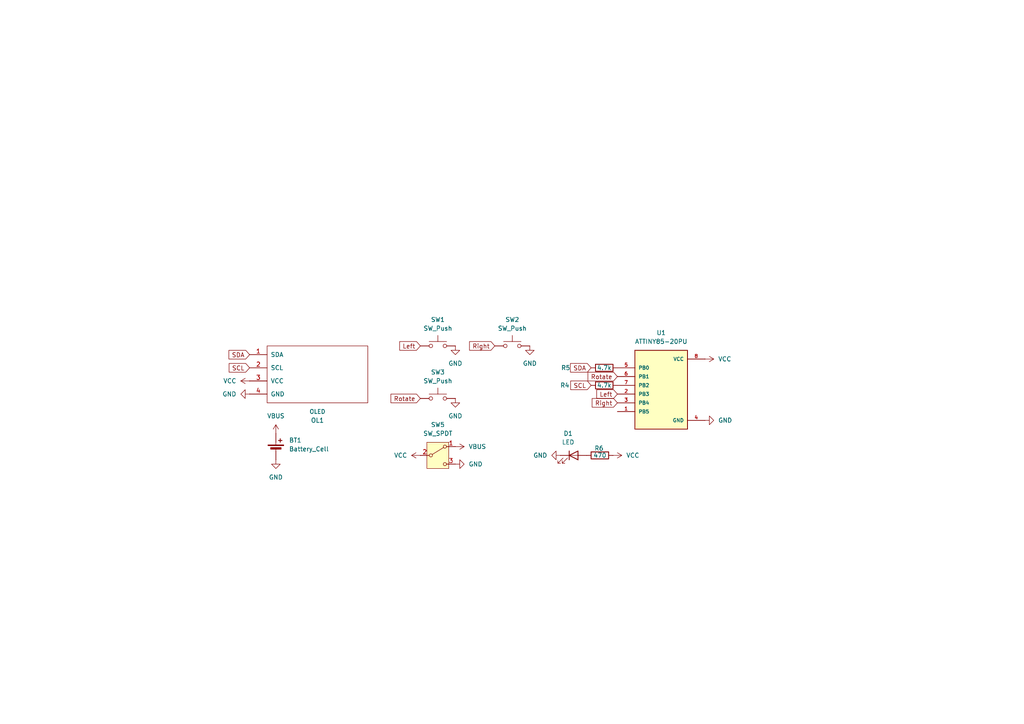
<source format=kicad_sch>
(kicad_sch
	(version 20250114)
	(generator "eeschema")
	(generator_version "9.0")
	(uuid "475c7a99-756b-4234-817a-3b1fe353694b")
	(paper "A4")
	(lib_symbols
		(symbol "ATTINY85-20PU:ATTINY85-20PU"
			(pin_names
				(offset 1.016)
			)
			(exclude_from_sim no)
			(in_bom yes)
			(on_board yes)
			(property "Reference" "U"
				(at -7.6263 11.4395 0)
				(effects
					(font
						(size 1.27 1.27)
					)
					(justify left bottom)
				)
			)
			(property "Value" "ATTINY85-20PU"
				(at -7.5506 -13.9826 0)
				(effects
					(font
						(size 1.27 1.27)
					)
					(justify left bottom)
				)
			)
			(property "Footprint" "ATTINY85-20PU:DIP762W46P254L927H533Q8B"
				(at 0 0 0)
				(effects
					(font
						(size 1.27 1.27)
					)
					(justify bottom)
					(hide yes)
				)
			)
			(property "Datasheet" ""
				(at 0 0 0)
				(effects
					(font
						(size 1.27 1.27)
					)
					(hide yes)
				)
			)
			(property "Description" ""
				(at 0 0 0)
				(effects
					(font
						(size 1.27 1.27)
					)
					(hide yes)
				)
			)
			(property "MF" "Microchip"
				(at 0 0 0)
				(effects
					(font
						(size 1.27 1.27)
					)
					(justify bottom)
					(hide yes)
				)
			)
			(property "Description_1" "AVR AVR® ATtiny, Functional Safety (FuSa) Microcontroller IC 8-Bit 20MHz 8KB (4K x 16) FLASH 8-PDIP"
				(at 0 0 0)
				(effects
					(font
						(size 1.27 1.27)
					)
					(justify bottom)
					(hide yes)
				)
			)
			(property "Package" "DIP-8 Atmel"
				(at 0 0 0)
				(effects
					(font
						(size 1.27 1.27)
					)
					(justify bottom)
					(hide yes)
				)
			)
			(property "Price" "None"
				(at 0 0 0)
				(effects
					(font
						(size 1.27 1.27)
					)
					(justify bottom)
					(hide yes)
				)
			)
			(property "Check_prices" "https://www.snapeda.com/parts/ATTINY85-20PU/Microchip/view-part/?ref=eda"
				(at 0 0 0)
				(effects
					(font
						(size 1.27 1.27)
					)
					(justify bottom)
					(hide yes)
				)
			)
			(property "SnapEDA_Link" "https://www.snapeda.com/parts/ATTINY85-20PU/Microchip/view-part/?ref=snap"
				(at 0 0 0)
				(effects
					(font
						(size 1.27 1.27)
					)
					(justify bottom)
					(hide yes)
				)
			)
			(property "MP" "ATTINY85-20PU"
				(at 0 0 0)
				(effects
					(font
						(size 1.27 1.27)
					)
					(justify bottom)
					(hide yes)
				)
			)
			(property "Availability" "In Stock"
				(at 0 0 0)
				(effects
					(font
						(size 1.27 1.27)
					)
					(justify bottom)
					(hide yes)
				)
			)
			(property "MANUFACTURER" "Atmel"
				(at 0 0 0)
				(effects
					(font
						(size 1.27 1.27)
					)
					(justify bottom)
					(hide yes)
				)
			)
			(symbol "ATTINY85-20PU_0_0"
				(rectangle
					(start -7.62 -11.43)
					(end 7.62 11.43)
					(stroke
						(width 0.254)
						(type default)
					)
					(fill
						(type background)
					)
				)
				(pin bidirectional line
					(at -12.7 6.35 0)
					(length 5.08)
					(name "PB0"
						(effects
							(font
								(size 1.016 1.016)
							)
						)
					)
					(number "5"
						(effects
							(font
								(size 1.016 1.016)
							)
						)
					)
				)
				(pin bidirectional line
					(at -12.7 3.81 0)
					(length 5.08)
					(name "PB1"
						(effects
							(font
								(size 1.016 1.016)
							)
						)
					)
					(number "6"
						(effects
							(font
								(size 1.016 1.016)
							)
						)
					)
				)
				(pin bidirectional line
					(at -12.7 1.27 0)
					(length 5.08)
					(name "PB2"
						(effects
							(font
								(size 1.016 1.016)
							)
						)
					)
					(number "7"
						(effects
							(font
								(size 1.016 1.016)
							)
						)
					)
				)
				(pin bidirectional line
					(at -12.7 -1.27 0)
					(length 5.08)
					(name "PB3"
						(effects
							(font
								(size 1.016 1.016)
							)
						)
					)
					(number "2"
						(effects
							(font
								(size 1.016 1.016)
							)
						)
					)
				)
				(pin bidirectional line
					(at -12.7 -3.81 0)
					(length 5.08)
					(name "PB4"
						(effects
							(font
								(size 1.016 1.016)
							)
						)
					)
					(number "3"
						(effects
							(font
								(size 1.016 1.016)
							)
						)
					)
				)
				(pin bidirectional line
					(at -12.7 -6.35 0)
					(length 5.08)
					(name "PB5"
						(effects
							(font
								(size 1.016 1.016)
							)
						)
					)
					(number "1"
						(effects
							(font
								(size 1.016 1.016)
							)
						)
					)
				)
				(pin power_in line
					(at 12.7 8.89 180)
					(length 5.08)
					(name "VCC"
						(effects
							(font
								(size 1.016 1.016)
							)
						)
					)
					(number "8"
						(effects
							(font
								(size 1.016 1.016)
							)
						)
					)
				)
				(pin power_in line
					(at 12.7 -8.89 180)
					(length 5.08)
					(name "GND"
						(effects
							(font
								(size 1.016 1.016)
							)
						)
					)
					(number "4"
						(effects
							(font
								(size 1.016 1.016)
							)
						)
					)
				)
			)
			(embedded_fonts no)
		)
		(symbol "Device:Battery_Cell"
			(pin_numbers
				(hide yes)
			)
			(pin_names
				(offset 0)
				(hide yes)
			)
			(exclude_from_sim no)
			(in_bom yes)
			(on_board yes)
			(property "Reference" "BT"
				(at 2.54 2.54 0)
				(effects
					(font
						(size 1.27 1.27)
					)
					(justify left)
				)
			)
			(property "Value" "Battery_Cell"
				(at 2.54 0 0)
				(effects
					(font
						(size 1.27 1.27)
					)
					(justify left)
				)
			)
			(property "Footprint" ""
				(at 0 1.524 90)
				(effects
					(font
						(size 1.27 1.27)
					)
					(hide yes)
				)
			)
			(property "Datasheet" "~"
				(at 0 1.524 90)
				(effects
					(font
						(size 1.27 1.27)
					)
					(hide yes)
				)
			)
			(property "Description" "Single-cell battery"
				(at 0 0 0)
				(effects
					(font
						(size 1.27 1.27)
					)
					(hide yes)
				)
			)
			(property "ki_keywords" "battery cell"
				(at 0 0 0)
				(effects
					(font
						(size 1.27 1.27)
					)
					(hide yes)
				)
			)
			(symbol "Battery_Cell_0_1"
				(rectangle
					(start -2.286 1.778)
					(end 2.286 1.524)
					(stroke
						(width 0)
						(type default)
					)
					(fill
						(type outline)
					)
				)
				(rectangle
					(start -1.524 1.016)
					(end 1.524 0.508)
					(stroke
						(width 0)
						(type default)
					)
					(fill
						(type outline)
					)
				)
				(polyline
					(pts
						(xy 0 1.778) (xy 0 2.54)
					)
					(stroke
						(width 0)
						(type default)
					)
					(fill
						(type none)
					)
				)
				(polyline
					(pts
						(xy 0 0.762) (xy 0 0)
					)
					(stroke
						(width 0)
						(type default)
					)
					(fill
						(type none)
					)
				)
				(polyline
					(pts
						(xy 0.762 3.048) (xy 1.778 3.048)
					)
					(stroke
						(width 0.254)
						(type default)
					)
					(fill
						(type none)
					)
				)
				(polyline
					(pts
						(xy 1.27 3.556) (xy 1.27 2.54)
					)
					(stroke
						(width 0.254)
						(type default)
					)
					(fill
						(type none)
					)
				)
			)
			(symbol "Battery_Cell_1_1"
				(pin passive line
					(at 0 5.08 270)
					(length 2.54)
					(name "+"
						(effects
							(font
								(size 1.27 1.27)
							)
						)
					)
					(number "1"
						(effects
							(font
								(size 1.27 1.27)
							)
						)
					)
				)
				(pin passive line
					(at 0 -2.54 90)
					(length 2.54)
					(name "-"
						(effects
							(font
								(size 1.27 1.27)
							)
						)
					)
					(number "2"
						(effects
							(font
								(size 1.27 1.27)
							)
						)
					)
				)
			)
			(embedded_fonts no)
		)
		(symbol "Device:LED"
			(pin_numbers
				(hide yes)
			)
			(pin_names
				(offset 1.016)
				(hide yes)
			)
			(exclude_from_sim no)
			(in_bom yes)
			(on_board yes)
			(property "Reference" "D"
				(at 0 2.54 0)
				(effects
					(font
						(size 1.27 1.27)
					)
				)
			)
			(property "Value" "LED"
				(at 0 -2.54 0)
				(effects
					(font
						(size 1.27 1.27)
					)
				)
			)
			(property "Footprint" ""
				(at 0 0 0)
				(effects
					(font
						(size 1.27 1.27)
					)
					(hide yes)
				)
			)
			(property "Datasheet" "~"
				(at 0 0 0)
				(effects
					(font
						(size 1.27 1.27)
					)
					(hide yes)
				)
			)
			(property "Description" "Light emitting diode"
				(at 0 0 0)
				(effects
					(font
						(size 1.27 1.27)
					)
					(hide yes)
				)
			)
			(property "Sim.Pins" "1=K 2=A"
				(at 0 0 0)
				(effects
					(font
						(size 1.27 1.27)
					)
					(hide yes)
				)
			)
			(property "ki_keywords" "LED diode"
				(at 0 0 0)
				(effects
					(font
						(size 1.27 1.27)
					)
					(hide yes)
				)
			)
			(property "ki_fp_filters" "LED* LED_SMD:* LED_THT:*"
				(at 0 0 0)
				(effects
					(font
						(size 1.27 1.27)
					)
					(hide yes)
				)
			)
			(symbol "LED_0_1"
				(polyline
					(pts
						(xy -3.048 -0.762) (xy -4.572 -2.286) (xy -3.81 -2.286) (xy -4.572 -2.286) (xy -4.572 -1.524)
					)
					(stroke
						(width 0)
						(type default)
					)
					(fill
						(type none)
					)
				)
				(polyline
					(pts
						(xy -1.778 -0.762) (xy -3.302 -2.286) (xy -2.54 -2.286) (xy -3.302 -2.286) (xy -3.302 -1.524)
					)
					(stroke
						(width 0)
						(type default)
					)
					(fill
						(type none)
					)
				)
				(polyline
					(pts
						(xy -1.27 0) (xy 1.27 0)
					)
					(stroke
						(width 0)
						(type default)
					)
					(fill
						(type none)
					)
				)
				(polyline
					(pts
						(xy -1.27 -1.27) (xy -1.27 1.27)
					)
					(stroke
						(width 0.254)
						(type default)
					)
					(fill
						(type none)
					)
				)
				(polyline
					(pts
						(xy 1.27 -1.27) (xy 1.27 1.27) (xy -1.27 0) (xy 1.27 -1.27)
					)
					(stroke
						(width 0.254)
						(type default)
					)
					(fill
						(type none)
					)
				)
			)
			(symbol "LED_1_1"
				(pin passive line
					(at -3.81 0 0)
					(length 2.54)
					(name "K"
						(effects
							(font
								(size 1.27 1.27)
							)
						)
					)
					(number "1"
						(effects
							(font
								(size 1.27 1.27)
							)
						)
					)
				)
				(pin passive line
					(at 3.81 0 180)
					(length 2.54)
					(name "A"
						(effects
							(font
								(size 1.27 1.27)
							)
						)
					)
					(number "2"
						(effects
							(font
								(size 1.27 1.27)
							)
						)
					)
				)
			)
			(embedded_fonts no)
		)
		(symbol "Device:R"
			(pin_numbers
				(hide yes)
			)
			(pin_names
				(offset 0)
			)
			(exclude_from_sim no)
			(in_bom yes)
			(on_board yes)
			(property "Reference" "R"
				(at 2.032 0 90)
				(effects
					(font
						(size 1.27 1.27)
					)
				)
			)
			(property "Value" "R"
				(at 0 0 90)
				(effects
					(font
						(size 1.27 1.27)
					)
				)
			)
			(property "Footprint" ""
				(at -1.778 0 90)
				(effects
					(font
						(size 1.27 1.27)
					)
					(hide yes)
				)
			)
			(property "Datasheet" "~"
				(at 0 0 0)
				(effects
					(font
						(size 1.27 1.27)
					)
					(hide yes)
				)
			)
			(property "Description" "Resistor"
				(at 0 0 0)
				(effects
					(font
						(size 1.27 1.27)
					)
					(hide yes)
				)
			)
			(property "ki_keywords" "R res resistor"
				(at 0 0 0)
				(effects
					(font
						(size 1.27 1.27)
					)
					(hide yes)
				)
			)
			(property "ki_fp_filters" "R_*"
				(at 0 0 0)
				(effects
					(font
						(size 1.27 1.27)
					)
					(hide yes)
				)
			)
			(symbol "R_0_1"
				(rectangle
					(start -1.016 -2.54)
					(end 1.016 2.54)
					(stroke
						(width 0.254)
						(type default)
					)
					(fill
						(type none)
					)
				)
			)
			(symbol "R_1_1"
				(pin passive line
					(at 0 3.81 270)
					(length 1.27)
					(name "~"
						(effects
							(font
								(size 1.27 1.27)
							)
						)
					)
					(number "1"
						(effects
							(font
								(size 1.27 1.27)
							)
						)
					)
				)
				(pin passive line
					(at 0 -3.81 90)
					(length 1.27)
					(name "~"
						(effects
							(font
								(size 1.27 1.27)
							)
						)
					)
					(number "2"
						(effects
							(font
								(size 1.27 1.27)
							)
						)
					)
				)
			)
			(embedded_fonts no)
		)
		(symbol "Switch:SW_Push"
			(pin_numbers
				(hide yes)
			)
			(pin_names
				(offset 1.016)
				(hide yes)
			)
			(exclude_from_sim no)
			(in_bom yes)
			(on_board yes)
			(property "Reference" "SW"
				(at 1.27 2.54 0)
				(effects
					(font
						(size 1.27 1.27)
					)
					(justify left)
				)
			)
			(property "Value" "SW_Push"
				(at 0 -1.524 0)
				(effects
					(font
						(size 1.27 1.27)
					)
				)
			)
			(property "Footprint" ""
				(at 0 5.08 0)
				(effects
					(font
						(size 1.27 1.27)
					)
					(hide yes)
				)
			)
			(property "Datasheet" "~"
				(at 0 5.08 0)
				(effects
					(font
						(size 1.27 1.27)
					)
					(hide yes)
				)
			)
			(property "Description" "Push button switch, generic, two pins"
				(at 0 0 0)
				(effects
					(font
						(size 1.27 1.27)
					)
					(hide yes)
				)
			)
			(property "ki_keywords" "switch normally-open pushbutton push-button"
				(at 0 0 0)
				(effects
					(font
						(size 1.27 1.27)
					)
					(hide yes)
				)
			)
			(symbol "SW_Push_0_1"
				(circle
					(center -2.032 0)
					(radius 0.508)
					(stroke
						(width 0)
						(type default)
					)
					(fill
						(type none)
					)
				)
				(polyline
					(pts
						(xy 0 1.27) (xy 0 3.048)
					)
					(stroke
						(width 0)
						(type default)
					)
					(fill
						(type none)
					)
				)
				(circle
					(center 2.032 0)
					(radius 0.508)
					(stroke
						(width 0)
						(type default)
					)
					(fill
						(type none)
					)
				)
				(polyline
					(pts
						(xy 2.54 1.27) (xy -2.54 1.27)
					)
					(stroke
						(width 0)
						(type default)
					)
					(fill
						(type none)
					)
				)
				(pin passive line
					(at -5.08 0 0)
					(length 2.54)
					(name "1"
						(effects
							(font
								(size 1.27 1.27)
							)
						)
					)
					(number "1"
						(effects
							(font
								(size 1.27 1.27)
							)
						)
					)
				)
				(pin passive line
					(at 5.08 0 180)
					(length 2.54)
					(name "2"
						(effects
							(font
								(size 1.27 1.27)
							)
						)
					)
					(number "2"
						(effects
							(font
								(size 1.27 1.27)
							)
						)
					)
				)
			)
			(embedded_fonts no)
		)
		(symbol "Switch:SW_SPDT"
			(pin_names
				(offset 0)
				(hide yes)
			)
			(exclude_from_sim no)
			(in_bom yes)
			(on_board yes)
			(property "Reference" "SW"
				(at 0 5.08 0)
				(effects
					(font
						(size 1.27 1.27)
					)
				)
			)
			(property "Value" "SW_SPDT"
				(at 0 -5.08 0)
				(effects
					(font
						(size 1.27 1.27)
					)
				)
			)
			(property "Footprint" ""
				(at 0 0 0)
				(effects
					(font
						(size 1.27 1.27)
					)
					(hide yes)
				)
			)
			(property "Datasheet" "~"
				(at 0 -7.62 0)
				(effects
					(font
						(size 1.27 1.27)
					)
					(hide yes)
				)
			)
			(property "Description" "Switch, single pole double throw"
				(at 0 0 0)
				(effects
					(font
						(size 1.27 1.27)
					)
					(hide yes)
				)
			)
			(property "ki_keywords" "switch single-pole double-throw spdt ON-ON"
				(at 0 0 0)
				(effects
					(font
						(size 1.27 1.27)
					)
					(hide yes)
				)
			)
			(symbol "SW_SPDT_0_1"
				(circle
					(center -2.032 0)
					(radius 0.4572)
					(stroke
						(width 0)
						(type default)
					)
					(fill
						(type none)
					)
				)
				(polyline
					(pts
						(xy -1.651 0.254) (xy 1.651 2.286)
					)
					(stroke
						(width 0)
						(type default)
					)
					(fill
						(type none)
					)
				)
				(circle
					(center 2.032 2.54)
					(radius 0.4572)
					(stroke
						(width 0)
						(type default)
					)
					(fill
						(type none)
					)
				)
				(circle
					(center 2.032 -2.54)
					(radius 0.4572)
					(stroke
						(width 0)
						(type default)
					)
					(fill
						(type none)
					)
				)
			)
			(symbol "SW_SPDT_1_1"
				(rectangle
					(start -3.175 3.81)
					(end 3.175 -3.81)
					(stroke
						(width 0)
						(type default)
					)
					(fill
						(type background)
					)
				)
				(pin passive line
					(at -5.08 0 0)
					(length 2.54)
					(name "B"
						(effects
							(font
								(size 1.27 1.27)
							)
						)
					)
					(number "2"
						(effects
							(font
								(size 1.27 1.27)
							)
						)
					)
				)
				(pin passive line
					(at 5.08 2.54 180)
					(length 2.54)
					(name "A"
						(effects
							(font
								(size 1.27 1.27)
							)
						)
					)
					(number "1"
						(effects
							(font
								(size 1.27 1.27)
							)
						)
					)
				)
				(pin passive line
					(at 5.08 -2.54 180)
					(length 2.54)
					(name "C"
						(effects
							(font
								(size 1.27 1.27)
							)
						)
					)
					(number "3"
						(effects
							(font
								(size 1.27 1.27)
							)
						)
					)
				)
			)
			(embedded_fonts no)
		)
		(symbol "kbd:OLED"
			(pin_names
				(offset 1.016)
			)
			(exclude_from_sim no)
			(in_bom yes)
			(on_board yes)
			(property "Reference" "OL"
				(at 0 2.54 0)
				(effects
					(font
						(size 1.2954 1.2954)
					)
				)
			)
			(property "Value" "OLED"
				(at 0 -1.27 0)
				(effects
					(font
						(size 1.1938 1.1938)
					)
				)
			)
			(property "Footprint" ""
				(at 0 2.54 0)
				(effects
					(font
						(size 1.524 1.524)
					)
					(hide yes)
				)
			)
			(property "Datasheet" ""
				(at 0 2.54 0)
				(effects
					(font
						(size 1.524 1.524)
					)
					(hide yes)
				)
			)
			(property "Description" ""
				(at 0 0 0)
				(effects
					(font
						(size 1.27 1.27)
					)
					(hide yes)
				)
			)
			(symbol "OLED_0_1"
				(rectangle
					(start -13.97 8.89)
					(end 15.24 -7.62)
					(stroke
						(width 0)
						(type solid)
					)
					(fill
						(type none)
					)
				)
			)
			(symbol "OLED_1_1"
				(pin bidirectional line
					(at -19.05 6.35 0)
					(length 5.08)
					(name "SDA"
						(effects
							(font
								(size 1.27 1.27)
							)
						)
					)
					(number "1"
						(effects
							(font
								(size 1.27 1.27)
							)
						)
					)
				)
				(pin bidirectional line
					(at -19.05 2.54 0)
					(length 5.08)
					(name "SCL"
						(effects
							(font
								(size 1.27 1.27)
							)
						)
					)
					(number "2"
						(effects
							(font
								(size 1.27 1.27)
							)
						)
					)
				)
				(pin power_in line
					(at -19.05 -1.27 0)
					(length 5.08)
					(name "VCC"
						(effects
							(font
								(size 1.27 1.27)
							)
						)
					)
					(number "3"
						(effects
							(font
								(size 1.27 1.27)
							)
						)
					)
				)
				(pin power_in line
					(at -19.05 -5.08 0)
					(length 5.08)
					(name "GND"
						(effects
							(font
								(size 1.27 1.27)
							)
						)
					)
					(number "4"
						(effects
							(font
								(size 1.27 1.27)
							)
						)
					)
				)
			)
			(embedded_fonts no)
		)
		(symbol "power:GND"
			(power)
			(pin_numbers
				(hide yes)
			)
			(pin_names
				(offset 0)
				(hide yes)
			)
			(exclude_from_sim no)
			(in_bom yes)
			(on_board yes)
			(property "Reference" "#PWR"
				(at 0 -6.35 0)
				(effects
					(font
						(size 1.27 1.27)
					)
					(hide yes)
				)
			)
			(property "Value" "GND"
				(at 0 -3.81 0)
				(effects
					(font
						(size 1.27 1.27)
					)
				)
			)
			(property "Footprint" ""
				(at 0 0 0)
				(effects
					(font
						(size 1.27 1.27)
					)
					(hide yes)
				)
			)
			(property "Datasheet" ""
				(at 0 0 0)
				(effects
					(font
						(size 1.27 1.27)
					)
					(hide yes)
				)
			)
			(property "Description" "Power symbol creates a global label with name \"GND\" , ground"
				(at 0 0 0)
				(effects
					(font
						(size 1.27 1.27)
					)
					(hide yes)
				)
			)
			(property "ki_keywords" "global power"
				(at 0 0 0)
				(effects
					(font
						(size 1.27 1.27)
					)
					(hide yes)
				)
			)
			(symbol "GND_0_1"
				(polyline
					(pts
						(xy 0 0) (xy 0 -1.27) (xy 1.27 -1.27) (xy 0 -2.54) (xy -1.27 -1.27) (xy 0 -1.27)
					)
					(stroke
						(width 0)
						(type default)
					)
					(fill
						(type none)
					)
				)
			)
			(symbol "GND_1_1"
				(pin power_in line
					(at 0 0 270)
					(length 0)
					(name "~"
						(effects
							(font
								(size 1.27 1.27)
							)
						)
					)
					(number "1"
						(effects
							(font
								(size 1.27 1.27)
							)
						)
					)
				)
			)
			(embedded_fonts no)
		)
		(symbol "power:VBUS"
			(power)
			(pin_numbers
				(hide yes)
			)
			(pin_names
				(offset 0)
				(hide yes)
			)
			(exclude_from_sim no)
			(in_bom yes)
			(on_board yes)
			(property "Reference" "#PWR"
				(at 0 -3.81 0)
				(effects
					(font
						(size 1.27 1.27)
					)
					(hide yes)
				)
			)
			(property "Value" "VBUS"
				(at 0 3.556 0)
				(effects
					(font
						(size 1.27 1.27)
					)
				)
			)
			(property "Footprint" ""
				(at 0 0 0)
				(effects
					(font
						(size 1.27 1.27)
					)
					(hide yes)
				)
			)
			(property "Datasheet" ""
				(at 0 0 0)
				(effects
					(font
						(size 1.27 1.27)
					)
					(hide yes)
				)
			)
			(property "Description" "Power symbol creates a global label with name \"VBUS\""
				(at 0 0 0)
				(effects
					(font
						(size 1.27 1.27)
					)
					(hide yes)
				)
			)
			(property "ki_keywords" "global power"
				(at 0 0 0)
				(effects
					(font
						(size 1.27 1.27)
					)
					(hide yes)
				)
			)
			(symbol "VBUS_0_1"
				(polyline
					(pts
						(xy -0.762 1.27) (xy 0 2.54)
					)
					(stroke
						(width 0)
						(type default)
					)
					(fill
						(type none)
					)
				)
				(polyline
					(pts
						(xy 0 2.54) (xy 0.762 1.27)
					)
					(stroke
						(width 0)
						(type default)
					)
					(fill
						(type none)
					)
				)
				(polyline
					(pts
						(xy 0 0) (xy 0 2.54)
					)
					(stroke
						(width 0)
						(type default)
					)
					(fill
						(type none)
					)
				)
			)
			(symbol "VBUS_1_1"
				(pin power_in line
					(at 0 0 90)
					(length 0)
					(name "~"
						(effects
							(font
								(size 1.27 1.27)
							)
						)
					)
					(number "1"
						(effects
							(font
								(size 1.27 1.27)
							)
						)
					)
				)
			)
			(embedded_fonts no)
		)
		(symbol "power:VCC"
			(power)
			(pin_numbers
				(hide yes)
			)
			(pin_names
				(offset 0)
				(hide yes)
			)
			(exclude_from_sim no)
			(in_bom yes)
			(on_board yes)
			(property "Reference" "#PWR"
				(at 0 -3.81 0)
				(effects
					(font
						(size 1.27 1.27)
					)
					(hide yes)
				)
			)
			(property "Value" "VCC"
				(at 0 3.556 0)
				(effects
					(font
						(size 1.27 1.27)
					)
				)
			)
			(property "Footprint" ""
				(at 0 0 0)
				(effects
					(font
						(size 1.27 1.27)
					)
					(hide yes)
				)
			)
			(property "Datasheet" ""
				(at 0 0 0)
				(effects
					(font
						(size 1.27 1.27)
					)
					(hide yes)
				)
			)
			(property "Description" "Power symbol creates a global label with name \"VCC\""
				(at 0 0 0)
				(effects
					(font
						(size 1.27 1.27)
					)
					(hide yes)
				)
			)
			(property "ki_keywords" "global power"
				(at 0 0 0)
				(effects
					(font
						(size 1.27 1.27)
					)
					(hide yes)
				)
			)
			(symbol "VCC_0_1"
				(polyline
					(pts
						(xy -0.762 1.27) (xy 0 2.54)
					)
					(stroke
						(width 0)
						(type default)
					)
					(fill
						(type none)
					)
				)
				(polyline
					(pts
						(xy 0 2.54) (xy 0.762 1.27)
					)
					(stroke
						(width 0)
						(type default)
					)
					(fill
						(type none)
					)
				)
				(polyline
					(pts
						(xy 0 0) (xy 0 2.54)
					)
					(stroke
						(width 0)
						(type default)
					)
					(fill
						(type none)
					)
				)
			)
			(symbol "VCC_1_1"
				(pin power_in line
					(at 0 0 90)
					(length 0)
					(name "~"
						(effects
							(font
								(size 1.27 1.27)
							)
						)
					)
					(number "1"
						(effects
							(font
								(size 1.27 1.27)
							)
						)
					)
				)
			)
			(embedded_fonts no)
		)
	)
	(global_label "SDA"
		(shape input)
		(at 171.45 106.68 180)
		(fields_autoplaced yes)
		(effects
			(font
				(size 1.27 1.27)
			)
			(justify right)
		)
		(uuid "1a18ef9c-2cf1-4abe-a224-57d005a78eca")
		(property "Intersheetrefs" "${INTERSHEET_REFS}"
			(at 164.8967 106.68 0)
			(effects
				(font
					(size 1.27 1.27)
				)
				(justify right)
				(hide yes)
			)
		)
	)
	(global_label "SCL"
		(shape input)
		(at 72.39 106.68 180)
		(fields_autoplaced yes)
		(effects
			(font
				(size 1.27 1.27)
			)
			(justify right)
		)
		(uuid "26461353-88bd-4265-80f7-29f5a84f92a4")
		(property "Intersheetrefs" "${INTERSHEET_REFS}"
			(at 65.8972 106.68 0)
			(effects
				(font
					(size 1.27 1.27)
				)
				(justify right)
				(hide yes)
			)
		)
	)
	(global_label "Rotate"
		(shape input)
		(at 179.07 109.22 180)
		(fields_autoplaced yes)
		(effects
			(font
				(size 1.27 1.27)
			)
			(justify right)
		)
		(uuid "33975d9c-4bf8-42a0-802a-e764e4e14c9c")
		(property "Intersheetrefs" "${INTERSHEET_REFS}"
			(at 169.9768 109.22 0)
			(effects
				(font
					(size 1.27 1.27)
				)
				(justify right)
				(hide yes)
			)
		)
	)
	(global_label "Left"
		(shape input)
		(at 179.07 114.3 180)
		(fields_autoplaced yes)
		(effects
			(font
				(size 1.27 1.27)
			)
			(justify right)
		)
		(uuid "3ab3adab-f5bc-4009-ad81-d01590621544")
		(property "Intersheetrefs" "${INTERSHEET_REFS}"
			(at 172.5167 114.3 0)
			(effects
				(font
					(size 1.27 1.27)
				)
				(justify right)
				(hide yes)
			)
		)
	)
	(global_label "Right"
		(shape input)
		(at 179.07 116.84 180)
		(fields_autoplaced yes)
		(effects
			(font
				(size 1.27 1.27)
			)
			(justify right)
		)
		(uuid "495e79a1-faf4-406d-b6f9-452b159bf599")
		(property "Intersheetrefs" "${INTERSHEET_REFS}"
			(at 171.1863 116.84 0)
			(effects
				(font
					(size 1.27 1.27)
				)
				(justify right)
				(hide yes)
			)
		)
	)
	(global_label "Rotate"
		(shape input)
		(at 121.92 115.57 180)
		(fields_autoplaced yes)
		(effects
			(font
				(size 1.27 1.27)
			)
			(justify right)
		)
		(uuid "56663612-6e1a-4b62-a842-3b98ea36ff12")
		(property "Intersheetrefs" "${INTERSHEET_REFS}"
			(at 112.8268 115.57 0)
			(effects
				(font
					(size 1.27 1.27)
				)
				(justify right)
				(hide yes)
			)
		)
	)
	(global_label "SCL"
		(shape input)
		(at 171.45 111.76 180)
		(fields_autoplaced yes)
		(effects
			(font
				(size 1.27 1.27)
			)
			(justify right)
		)
		(uuid "781c73cc-5cd4-4a1e-a312-b0ec8e64e2f6")
		(property "Intersheetrefs" "${INTERSHEET_REFS}"
			(at 164.9572 111.76 0)
			(effects
				(font
					(size 1.27 1.27)
				)
				(justify right)
				(hide yes)
			)
		)
	)
	(global_label "Left"
		(shape input)
		(at 121.92 100.33 180)
		(fields_autoplaced yes)
		(effects
			(font
				(size 1.27 1.27)
			)
			(justify right)
		)
		(uuid "aa1d47e7-8c49-4d3e-92d7-4f4d32221bc6")
		(property "Intersheetrefs" "${INTERSHEET_REFS}"
			(at 115.3667 100.33 0)
			(effects
				(font
					(size 1.27 1.27)
				)
				(justify right)
				(hide yes)
			)
		)
	)
	(global_label "SDA"
		(shape input)
		(at 72.39 102.87 180)
		(fields_autoplaced yes)
		(effects
			(font
				(size 1.27 1.27)
			)
			(justify right)
		)
		(uuid "c3d0da62-c182-4862-ba92-f116ba936779")
		(property "Intersheetrefs" "${INTERSHEET_REFS}"
			(at 65.8367 102.87 0)
			(effects
				(font
					(size 1.27 1.27)
				)
				(justify right)
				(hide yes)
			)
		)
	)
	(global_label "Right"
		(shape input)
		(at 143.51 100.33 180)
		(fields_autoplaced yes)
		(effects
			(font
				(size 1.27 1.27)
			)
			(justify right)
		)
		(uuid "d9a71b07-14a9-4eb0-b3bc-49c0ac976b34")
		(property "Intersheetrefs" "${INTERSHEET_REFS}"
			(at 135.6263 100.33 0)
			(effects
				(font
					(size 1.27 1.27)
				)
				(justify right)
				(hide yes)
			)
		)
	)
	(symbol
		(lib_id "power:VCC")
		(at 204.47 104.14 270)
		(unit 1)
		(exclude_from_sim no)
		(in_bom yes)
		(on_board yes)
		(dnp no)
		(fields_autoplaced yes)
		(uuid "00c3cce6-5b44-401b-9ca6-080fc253826e")
		(property "Reference" "#PWR01"
			(at 200.66 104.14 0)
			(effects
				(font
					(size 1.27 1.27)
				)
				(hide yes)
			)
		)
		(property "Value" "VCC"
			(at 208.28 104.1399 90)
			(effects
				(font
					(size 1.27 1.27)
				)
				(justify left)
			)
		)
		(property "Footprint" ""
			(at 204.47 104.14 0)
			(effects
				(font
					(size 1.27 1.27)
				)
				(hide yes)
			)
		)
		(property "Datasheet" ""
			(at 204.47 104.14 0)
			(effects
				(font
					(size 1.27 1.27)
				)
				(hide yes)
			)
		)
		(property "Description" "Power symbol creates a global label with name \"VCC\""
			(at 204.47 104.14 0)
			(effects
				(font
					(size 1.27 1.27)
				)
				(hide yes)
			)
		)
		(pin "1"
			(uuid "dfcce5f1-0601-40b6-bbf2-e6a4362e4f86")
		)
		(instances
			(project ""
				(path "/475c7a99-756b-4234-817a-3b1fe353694b"
					(reference "#PWR01")
					(unit 1)
				)
			)
		)
	)
	(symbol
		(lib_id "power:VCC")
		(at 121.92 132.08 90)
		(unit 1)
		(exclude_from_sim no)
		(in_bom yes)
		(on_board yes)
		(dnp no)
		(fields_autoplaced yes)
		(uuid "05add7d2-99bc-404a-b1aa-ba67227b1a0b")
		(property "Reference" "#PWR011"
			(at 125.73 132.08 0)
			(effects
				(font
					(size 1.27 1.27)
				)
				(hide yes)
			)
		)
		(property "Value" "VCC"
			(at 118.11 132.0799 90)
			(effects
				(font
					(size 1.27 1.27)
				)
				(justify left)
			)
		)
		(property "Footprint" ""
			(at 121.92 132.08 0)
			(effects
				(font
					(size 1.27 1.27)
				)
				(hide yes)
			)
		)
		(property "Datasheet" ""
			(at 121.92 132.08 0)
			(effects
				(font
					(size 1.27 1.27)
				)
				(hide yes)
			)
		)
		(property "Description" "Power symbol creates a global label with name \"VCC\""
			(at 121.92 132.08 0)
			(effects
				(font
					(size 1.27 1.27)
				)
				(hide yes)
			)
		)
		(pin "1"
			(uuid "bebc4217-e503-46eb-acb9-72855dacb3b6")
		)
		(instances
			(project "TinyTetris"
				(path "/475c7a99-756b-4234-817a-3b1fe353694b"
					(reference "#PWR011")
					(unit 1)
				)
			)
		)
	)
	(symbol
		(lib_id "Device:R")
		(at 175.26 111.76 90)
		(unit 1)
		(exclude_from_sim no)
		(in_bom yes)
		(on_board yes)
		(dnp no)
		(uuid "10246eab-a7cb-4924-baa4-3e7df2af55db")
		(property "Reference" "R4"
			(at 163.83 111.76 90)
			(effects
				(font
					(size 1.27 1.27)
				)
			)
		)
		(property "Value" "4.7k"
			(at 175.26 111.76 90)
			(effects
				(font
					(size 1.27 1.27)
				)
			)
		)
		(property "Footprint" "Resistor_SMD:R_0402_1005Metric"
			(at 175.26 113.538 90)
			(effects
				(font
					(size 1.27 1.27)
				)
				(hide yes)
			)
		)
		(property "Datasheet" "~"
			(at 175.26 111.76 0)
			(effects
				(font
					(size 1.27 1.27)
				)
				(hide yes)
			)
		)
		(property "Description" "Resistor"
			(at 175.26 111.76 0)
			(effects
				(font
					(size 1.27 1.27)
				)
				(hide yes)
			)
		)
		(pin "1"
			(uuid "c347b3ee-b806-444d-b8cf-e2ca708bbfb7")
		)
		(pin "2"
			(uuid "99c70f0e-7e36-4163-8249-54d536c654ff")
		)
		(instances
			(project "TinyTetris"
				(path "/475c7a99-756b-4234-817a-3b1fe353694b"
					(reference "R4")
					(unit 1)
				)
			)
		)
	)
	(symbol
		(lib_id "power:VBUS")
		(at 80.01 125.73 0)
		(unit 1)
		(exclude_from_sim no)
		(in_bom yes)
		(on_board yes)
		(dnp no)
		(fields_autoplaced yes)
		(uuid "1781ae2a-8943-4c9a-9072-9857589280bc")
		(property "Reference" "#PWR03"
			(at 80.01 129.54 0)
			(effects
				(font
					(size 1.27 1.27)
				)
				(hide yes)
			)
		)
		(property "Value" "VBUS"
			(at 80.01 120.65 0)
			(effects
				(font
					(size 1.27 1.27)
				)
			)
		)
		(property "Footprint" ""
			(at 80.01 125.73 0)
			(effects
				(font
					(size 1.27 1.27)
				)
				(hide yes)
			)
		)
		(property "Datasheet" ""
			(at 80.01 125.73 0)
			(effects
				(font
					(size 1.27 1.27)
				)
				(hide yes)
			)
		)
		(property "Description" "Power symbol creates a global label with name \"VBUS\""
			(at 80.01 125.73 0)
			(effects
				(font
					(size 1.27 1.27)
				)
				(hide yes)
			)
		)
		(pin "1"
			(uuid "f16fb58b-a084-4a16-8099-1d0f1d278238")
		)
		(instances
			(project ""
				(path "/475c7a99-756b-4234-817a-3b1fe353694b"
					(reference "#PWR03")
					(unit 1)
				)
			)
		)
	)
	(symbol
		(lib_id "Device:Battery_Cell")
		(at 80.01 130.81 0)
		(unit 1)
		(exclude_from_sim no)
		(in_bom yes)
		(on_board yes)
		(dnp no)
		(fields_autoplaced yes)
		(uuid "3a1828c9-4663-43e5-984e-973a56f142a9")
		(property "Reference" "BT1"
			(at 83.82 127.6984 0)
			(effects
				(font
					(size 1.27 1.27)
				)
				(justify left)
			)
		)
		(property "Value" "Battery_Cell"
			(at 83.82 130.2384 0)
			(effects
				(font
					(size 1.27 1.27)
				)
				(justify left)
			)
		)
		(property "Footprint" "Battery:BatteryHolder_Keystone_3034_1x20mm"
			(at 80.01 129.286 90)
			(effects
				(font
					(size 1.27 1.27)
				)
				(hide yes)
			)
		)
		(property "Datasheet" "~"
			(at 80.01 129.286 90)
			(effects
				(font
					(size 1.27 1.27)
				)
				(hide yes)
			)
		)
		(property "Description" "Single-cell battery"
			(at 80.01 130.81 0)
			(effects
				(font
					(size 1.27 1.27)
				)
				(hide yes)
			)
		)
		(pin "1"
			(uuid "4b8b9e8c-8dad-40ad-ae15-6a93cb68ec05")
		)
		(pin "2"
			(uuid "b3a8ec5e-69ce-45d6-9eca-b7180be8bb0c")
		)
		(instances
			(project ""
				(path "/475c7a99-756b-4234-817a-3b1fe353694b"
					(reference "BT1")
					(unit 1)
				)
			)
		)
	)
	(symbol
		(lib_id "power:VBUS")
		(at 132.08 129.54 270)
		(unit 1)
		(exclude_from_sim no)
		(in_bom yes)
		(on_board yes)
		(dnp no)
		(fields_autoplaced yes)
		(uuid "4ac013d2-2580-4ba5-8cdf-5a99348afccc")
		(property "Reference" "#PWR010"
			(at 128.27 129.54 0)
			(effects
				(font
					(size 1.27 1.27)
				)
				(hide yes)
			)
		)
		(property "Value" "VBUS"
			(at 135.89 129.5399 90)
			(effects
				(font
					(size 1.27 1.27)
				)
				(justify left)
			)
		)
		(property "Footprint" ""
			(at 132.08 129.54 0)
			(effects
				(font
					(size 1.27 1.27)
				)
				(hide yes)
			)
		)
		(property "Datasheet" ""
			(at 132.08 129.54 0)
			(effects
				(font
					(size 1.27 1.27)
				)
				(hide yes)
			)
		)
		(property "Description" "Power symbol creates a global label with name \"VBUS\""
			(at 132.08 129.54 0)
			(effects
				(font
					(size 1.27 1.27)
				)
				(hide yes)
			)
		)
		(pin "1"
			(uuid "a170b2b2-90b9-44dc-9680-97c79559c8d3")
		)
		(instances
			(project "TinyTetris"
				(path "/475c7a99-756b-4234-817a-3b1fe353694b"
					(reference "#PWR010")
					(unit 1)
				)
			)
		)
	)
	(symbol
		(lib_id "Switch:SW_Push")
		(at 127 115.57 0)
		(unit 1)
		(exclude_from_sim no)
		(in_bom yes)
		(on_board yes)
		(dnp no)
		(fields_autoplaced yes)
		(uuid "4e4de39b-43ff-4845-8335-590d392d58e2")
		(property "Reference" "SW3"
			(at 127 107.95 0)
			(effects
				(font
					(size 1.27 1.27)
				)
			)
		)
		(property "Value" "SW_Push"
			(at 127 110.49 0)
			(effects
				(font
					(size 1.27 1.27)
				)
			)
		)
		(property "Footprint" "Button_Switch_THT:SW_PUSH_6mm_H4.3mm"
			(at 127 110.49 0)
			(effects
				(font
					(size 1.27 1.27)
				)
				(hide yes)
			)
		)
		(property "Datasheet" "~"
			(at 127 110.49 0)
			(effects
				(font
					(size 1.27 1.27)
				)
				(hide yes)
			)
		)
		(property "Description" "Push button switch, generic, two pins"
			(at 127 115.57 0)
			(effects
				(font
					(size 1.27 1.27)
				)
				(hide yes)
			)
		)
		(pin "1"
			(uuid "f69a0371-d0fb-43cc-b53f-6cf3fe757af8")
		)
		(pin "2"
			(uuid "4ae892aa-dedf-4306-9771-c05daf5c57b1")
		)
		(instances
			(project "TinyTetris"
				(path "/475c7a99-756b-4234-817a-3b1fe353694b"
					(reference "SW3")
					(unit 1)
				)
			)
		)
	)
	(symbol
		(lib_id "power:VCC")
		(at 72.39 110.49 90)
		(unit 1)
		(exclude_from_sim no)
		(in_bom yes)
		(on_board yes)
		(dnp no)
		(fields_autoplaced yes)
		(uuid "5b763136-35d3-4226-9e88-2f066330df6c")
		(property "Reference" "#PWR016"
			(at 76.2 110.49 0)
			(effects
				(font
					(size 1.27 1.27)
				)
				(hide yes)
			)
		)
		(property "Value" "VCC"
			(at 68.58 110.4901 90)
			(effects
				(font
					(size 1.27 1.27)
				)
				(justify left)
			)
		)
		(property "Footprint" ""
			(at 72.39 110.49 0)
			(effects
				(font
					(size 1.27 1.27)
				)
				(hide yes)
			)
		)
		(property "Datasheet" ""
			(at 72.39 110.49 0)
			(effects
				(font
					(size 1.27 1.27)
				)
				(hide yes)
			)
		)
		(property "Description" "Power symbol creates a global label with name \"VCC\""
			(at 72.39 110.49 0)
			(effects
				(font
					(size 1.27 1.27)
				)
				(hide yes)
			)
		)
		(pin "1"
			(uuid "e0d0796c-a9b2-4757-8843-d5af885cc8f7")
		)
		(instances
			(project "TinyTetris"
				(path "/475c7a99-756b-4234-817a-3b1fe353694b"
					(reference "#PWR016")
					(unit 1)
				)
			)
		)
	)
	(symbol
		(lib_id "power:GND")
		(at 204.47 121.92 90)
		(unit 1)
		(exclude_from_sim no)
		(in_bom yes)
		(on_board yes)
		(dnp no)
		(fields_autoplaced yes)
		(uuid "5da03f9d-a3bb-4b66-9382-07cd7a679853")
		(property "Reference" "#PWR04"
			(at 210.82 121.92 0)
			(effects
				(font
					(size 1.27 1.27)
				)
				(hide yes)
			)
		)
		(property "Value" "GND"
			(at 208.28 121.9199 90)
			(effects
				(font
					(size 1.27 1.27)
				)
				(justify right)
			)
		)
		(property "Footprint" ""
			(at 204.47 121.92 0)
			(effects
				(font
					(size 1.27 1.27)
				)
				(hide yes)
			)
		)
		(property "Datasheet" ""
			(at 204.47 121.92 0)
			(effects
				(font
					(size 1.27 1.27)
				)
				(hide yes)
			)
		)
		(property "Description" "Power symbol creates a global label with name \"GND\" , ground"
			(at 204.47 121.92 0)
			(effects
				(font
					(size 1.27 1.27)
				)
				(hide yes)
			)
		)
		(pin "1"
			(uuid "171f2f86-71d0-4f07-bd71-1dd333e3fa09")
		)
		(instances
			(project "TinyTetris"
				(path "/475c7a99-756b-4234-817a-3b1fe353694b"
					(reference "#PWR04")
					(unit 1)
				)
			)
		)
	)
	(symbol
		(lib_id "power:VCC")
		(at 177.8 132.08 270)
		(unit 1)
		(exclude_from_sim no)
		(in_bom yes)
		(on_board yes)
		(dnp no)
		(fields_autoplaced yes)
		(uuid "67215338-a6e6-477a-901d-b3d88ace1e94")
		(property "Reference" "#PWR015"
			(at 173.99 132.08 0)
			(effects
				(font
					(size 1.27 1.27)
				)
				(hide yes)
			)
		)
		(property "Value" "VCC"
			(at 181.61 132.0799 90)
			(effects
				(font
					(size 1.27 1.27)
				)
				(justify left)
			)
		)
		(property "Footprint" ""
			(at 177.8 132.08 0)
			(effects
				(font
					(size 1.27 1.27)
				)
				(hide yes)
			)
		)
		(property "Datasheet" ""
			(at 177.8 132.08 0)
			(effects
				(font
					(size 1.27 1.27)
				)
				(hide yes)
			)
		)
		(property "Description" "Power symbol creates a global label with name \"VCC\""
			(at 177.8 132.08 0)
			(effects
				(font
					(size 1.27 1.27)
				)
				(hide yes)
			)
		)
		(pin "1"
			(uuid "dc4531ec-6f54-4158-b481-721ea190c6f9")
		)
		(instances
			(project "TinyTetris"
				(path "/475c7a99-756b-4234-817a-3b1fe353694b"
					(reference "#PWR015")
					(unit 1)
				)
			)
		)
	)
	(symbol
		(lib_id "power:GND")
		(at 72.39 114.3 270)
		(unit 1)
		(exclude_from_sim no)
		(in_bom yes)
		(on_board yes)
		(dnp no)
		(fields_autoplaced yes)
		(uuid "75c878d1-3daa-47f8-8009-dcd0965cc15c")
		(property "Reference" "#PWR07"
			(at 66.04 114.3 0)
			(effects
				(font
					(size 1.27 1.27)
				)
				(hide yes)
			)
		)
		(property "Value" "GND"
			(at 68.58 114.3001 90)
			(effects
				(font
					(size 1.27 1.27)
				)
				(justify right)
			)
		)
		(property "Footprint" ""
			(at 72.39 114.3 0)
			(effects
				(font
					(size 1.27 1.27)
				)
				(hide yes)
			)
		)
		(property "Datasheet" ""
			(at 72.39 114.3 0)
			(effects
				(font
					(size 1.27 1.27)
				)
				(hide yes)
			)
		)
		(property "Description" "Power symbol creates a global label with name \"GND\" , ground"
			(at 72.39 114.3 0)
			(effects
				(font
					(size 1.27 1.27)
				)
				(hide yes)
			)
		)
		(pin "1"
			(uuid "953d55ca-034e-4023-ad62-e88fcdba6101")
		)
		(instances
			(project "TinyTetris"
				(path "/475c7a99-756b-4234-817a-3b1fe353694b"
					(reference "#PWR07")
					(unit 1)
				)
			)
		)
	)
	(symbol
		(lib_id "power:GND")
		(at 132.08 100.33 0)
		(unit 1)
		(exclude_from_sim no)
		(in_bom yes)
		(on_board yes)
		(dnp no)
		(fields_autoplaced yes)
		(uuid "7b3663eb-aacc-404c-b158-9c349e6a0ab6")
		(property "Reference" "#PWR09"
			(at 132.08 106.68 0)
			(effects
				(font
					(size 1.27 1.27)
				)
				(hide yes)
			)
		)
		(property "Value" "GND"
			(at 132.08 105.41 0)
			(effects
				(font
					(size 1.27 1.27)
				)
			)
		)
		(property "Footprint" ""
			(at 132.08 100.33 0)
			(effects
				(font
					(size 1.27 1.27)
				)
				(hide yes)
			)
		)
		(property "Datasheet" ""
			(at 132.08 100.33 0)
			(effects
				(font
					(size 1.27 1.27)
				)
				(hide yes)
			)
		)
		(property "Description" "Power symbol creates a global label with name \"GND\" , ground"
			(at 132.08 100.33 0)
			(effects
				(font
					(size 1.27 1.27)
				)
				(hide yes)
			)
		)
		(pin "1"
			(uuid "83a4f600-2663-4178-989a-f70dca0b6da3")
		)
		(instances
			(project "TinyTetris"
				(path "/475c7a99-756b-4234-817a-3b1fe353694b"
					(reference "#PWR09")
					(unit 1)
				)
			)
		)
	)
	(symbol
		(lib_id "Switch:SW_Push")
		(at 148.59 100.33 0)
		(unit 1)
		(exclude_from_sim no)
		(in_bom yes)
		(on_board yes)
		(dnp no)
		(fields_autoplaced yes)
		(uuid "8987d87f-fc33-4ffc-a12b-3520061d8b42")
		(property "Reference" "SW2"
			(at 148.59 92.71 0)
			(effects
				(font
					(size 1.27 1.27)
				)
			)
		)
		(property "Value" "SW_Push"
			(at 148.59 95.25 0)
			(effects
				(font
					(size 1.27 1.27)
				)
			)
		)
		(property "Footprint" "Button_Switch_THT:SW_PUSH_6mm_H4.3mm"
			(at 148.59 95.25 0)
			(effects
				(font
					(size 1.27 1.27)
				)
				(hide yes)
			)
		)
		(property "Datasheet" "~"
			(at 148.59 95.25 0)
			(effects
				(font
					(size 1.27 1.27)
				)
				(hide yes)
			)
		)
		(property "Description" "Push button switch, generic, two pins"
			(at 148.59 100.33 0)
			(effects
				(font
					(size 1.27 1.27)
				)
				(hide yes)
			)
		)
		(pin "1"
			(uuid "0c91913a-12e4-483e-9e09-1698de788a62")
		)
		(pin "2"
			(uuid "af884b8a-4b22-4d0b-b7fe-32c3bdf3f7c0")
		)
		(instances
			(project "TinyTetris"
				(path "/475c7a99-756b-4234-817a-3b1fe353694b"
					(reference "SW2")
					(unit 1)
				)
			)
		)
	)
	(symbol
		(lib_id "Device:R")
		(at 173.99 132.08 90)
		(unit 1)
		(exclude_from_sim no)
		(in_bom yes)
		(on_board yes)
		(dnp no)
		(uuid "987fe77a-e671-4894-aa54-c123d1d8681b")
		(property "Reference" "R6"
			(at 173.736 130.048 90)
			(effects
				(font
					(size 1.27 1.27)
				)
			)
		)
		(property "Value" "470"
			(at 173.99 132.08 90)
			(effects
				(font
					(size 1.27 1.27)
				)
			)
		)
		(property "Footprint" "Resistor_SMD:R_0402_1005Metric"
			(at 173.99 133.858 90)
			(effects
				(font
					(size 1.27 1.27)
				)
				(hide yes)
			)
		)
		(property "Datasheet" "~"
			(at 173.99 132.08 0)
			(effects
				(font
					(size 1.27 1.27)
				)
				(hide yes)
			)
		)
		(property "Description" "Resistor"
			(at 173.99 132.08 0)
			(effects
				(font
					(size 1.27 1.27)
				)
				(hide yes)
			)
		)
		(pin "1"
			(uuid "c3fae4fc-685d-49dc-882e-9d417bcb3087")
		)
		(pin "2"
			(uuid "4e115e51-81c5-4f69-9c5b-9ccd185a5346")
		)
		(instances
			(project "TinyTetris"
				(path "/475c7a99-756b-4234-817a-3b1fe353694b"
					(reference "R6")
					(unit 1)
				)
			)
		)
	)
	(symbol
		(lib_id "power:GND")
		(at 132.08 134.62 90)
		(unit 1)
		(exclude_from_sim no)
		(in_bom yes)
		(on_board yes)
		(dnp no)
		(fields_autoplaced yes)
		(uuid "9a528980-1ce6-4b30-8dd7-982986626a50")
		(property "Reference" "#PWR012"
			(at 138.43 134.62 0)
			(effects
				(font
					(size 1.27 1.27)
				)
				(hide yes)
			)
		)
		(property "Value" "GND"
			(at 135.89 134.6199 90)
			(effects
				(font
					(size 1.27 1.27)
				)
				(justify right)
			)
		)
		(property "Footprint" ""
			(at 132.08 134.62 0)
			(effects
				(font
					(size 1.27 1.27)
				)
				(hide yes)
			)
		)
		(property "Datasheet" ""
			(at 132.08 134.62 0)
			(effects
				(font
					(size 1.27 1.27)
				)
				(hide yes)
			)
		)
		(property "Description" "Power symbol creates a global label with name \"GND\" , ground"
			(at 132.08 134.62 0)
			(effects
				(font
					(size 1.27 1.27)
				)
				(hide yes)
			)
		)
		(pin "1"
			(uuid "90abede2-ce8d-4c8e-9a6a-4e8ed56f5ffc")
		)
		(instances
			(project "TinyTetris"
				(path "/475c7a99-756b-4234-817a-3b1fe353694b"
					(reference "#PWR012")
					(unit 1)
				)
			)
		)
	)
	(symbol
		(lib_id "power:GND")
		(at 132.08 115.57 0)
		(unit 1)
		(exclude_from_sim no)
		(in_bom yes)
		(on_board yes)
		(dnp no)
		(fields_autoplaced yes)
		(uuid "a1e82543-6a6f-414f-bf3c-7cf387f138c5")
		(property "Reference" "#PWR06"
			(at 132.08 121.92 0)
			(effects
				(font
					(size 1.27 1.27)
				)
				(hide yes)
			)
		)
		(property "Value" "GND"
			(at 132.08 120.65 0)
			(effects
				(font
					(size 1.27 1.27)
				)
			)
		)
		(property "Footprint" ""
			(at 132.08 115.57 0)
			(effects
				(font
					(size 1.27 1.27)
				)
				(hide yes)
			)
		)
		(property "Datasheet" ""
			(at 132.08 115.57 0)
			(effects
				(font
					(size 1.27 1.27)
				)
				(hide yes)
			)
		)
		(property "Description" "Power symbol creates a global label with name \"GND\" , ground"
			(at 132.08 115.57 0)
			(effects
				(font
					(size 1.27 1.27)
				)
				(hide yes)
			)
		)
		(pin "1"
			(uuid "e7041e8d-4202-4539-bea5-4fd0543d7c33")
		)
		(instances
			(project "TinyTetris"
				(path "/475c7a99-756b-4234-817a-3b1fe353694b"
					(reference "#PWR06")
					(unit 1)
				)
			)
		)
	)
	(symbol
		(lib_id "Device:R")
		(at 175.26 106.68 90)
		(unit 1)
		(exclude_from_sim no)
		(in_bom yes)
		(on_board yes)
		(dnp no)
		(uuid "acd35149-9429-421d-8333-5acf44d9ad29")
		(property "Reference" "R5"
			(at 164.084 106.68 90)
			(effects
				(font
					(size 1.27 1.27)
				)
			)
		)
		(property "Value" "4.7k"
			(at 175.26 106.68 90)
			(effects
				(font
					(size 1.27 1.27)
				)
			)
		)
		(property "Footprint" "Resistor_SMD:R_0402_1005Metric"
			(at 175.26 108.458 90)
			(effects
				(font
					(size 1.27 1.27)
				)
				(hide yes)
			)
		)
		(property "Datasheet" "~"
			(at 175.26 106.68 0)
			(effects
				(font
					(size 1.27 1.27)
				)
				(hide yes)
			)
		)
		(property "Description" "Resistor"
			(at 175.26 106.68 0)
			(effects
				(font
					(size 1.27 1.27)
				)
				(hide yes)
			)
		)
		(pin "1"
			(uuid "d8cdccd7-e531-4e17-aae8-6ce218c47cc8")
		)
		(pin "2"
			(uuid "5856c553-7bcc-4d2b-aea7-3b6538cf4a7a")
		)
		(instances
			(project "TinyTetris"
				(path "/475c7a99-756b-4234-817a-3b1fe353694b"
					(reference "R5")
					(unit 1)
				)
			)
		)
	)
	(symbol
		(lib_id "power:GND")
		(at 80.01 133.35 0)
		(unit 1)
		(exclude_from_sim no)
		(in_bom yes)
		(on_board yes)
		(dnp no)
		(fields_autoplaced yes)
		(uuid "c5645f96-1be4-4733-be55-91f80f18da45")
		(property "Reference" "#PWR02"
			(at 80.01 139.7 0)
			(effects
				(font
					(size 1.27 1.27)
				)
				(hide yes)
			)
		)
		(property "Value" "GND"
			(at 80.01 138.43 0)
			(effects
				(font
					(size 1.27 1.27)
				)
			)
		)
		(property "Footprint" ""
			(at 80.01 133.35 0)
			(effects
				(font
					(size 1.27 1.27)
				)
				(hide yes)
			)
		)
		(property "Datasheet" ""
			(at 80.01 133.35 0)
			(effects
				(font
					(size 1.27 1.27)
				)
				(hide yes)
			)
		)
		(property "Description" "Power symbol creates a global label with name \"GND\" , ground"
			(at 80.01 133.35 0)
			(effects
				(font
					(size 1.27 1.27)
				)
				(hide yes)
			)
		)
		(pin "1"
			(uuid "7701758c-21de-4ab7-b18d-6fec4220ea3c")
		)
		(instances
			(project ""
				(path "/475c7a99-756b-4234-817a-3b1fe353694b"
					(reference "#PWR02")
					(unit 1)
				)
			)
		)
	)
	(symbol
		(lib_id "Switch:SW_Push")
		(at 127 100.33 0)
		(unit 1)
		(exclude_from_sim no)
		(in_bom yes)
		(on_board yes)
		(dnp no)
		(fields_autoplaced yes)
		(uuid "cbc0a1cb-9f8e-4525-9c38-0ec3d3ef1929")
		(property "Reference" "SW1"
			(at 127 92.71 0)
			(effects
				(font
					(size 1.27 1.27)
				)
			)
		)
		(property "Value" "SW_Push"
			(at 127 95.25 0)
			(effects
				(font
					(size 1.27 1.27)
				)
			)
		)
		(property "Footprint" "Button_Switch_THT:SW_PUSH_6mm_H4.3mm"
			(at 127 95.25 0)
			(effects
				(font
					(size 1.27 1.27)
				)
				(hide yes)
			)
		)
		(property "Datasheet" "~"
			(at 127 95.25 0)
			(effects
				(font
					(size 1.27 1.27)
				)
				(hide yes)
			)
		)
		(property "Description" "Push button switch, generic, two pins"
			(at 127 100.33 0)
			(effects
				(font
					(size 1.27 1.27)
				)
				(hide yes)
			)
		)
		(pin "1"
			(uuid "c67c1c5d-4d38-4566-b802-52cfd2445f08")
		)
		(pin "2"
			(uuid "5244fb95-af93-4e48-b83c-80c2da09f5fb")
		)
		(instances
			(project ""
				(path "/475c7a99-756b-4234-817a-3b1fe353694b"
					(reference "SW1")
					(unit 1)
				)
			)
		)
	)
	(symbol
		(lib_id "power:GND")
		(at 153.67 100.33 0)
		(unit 1)
		(exclude_from_sim no)
		(in_bom yes)
		(on_board yes)
		(dnp no)
		(fields_autoplaced yes)
		(uuid "e3637692-7831-4fc9-99f9-185ddef658ca")
		(property "Reference" "#PWR08"
			(at 153.67 106.68 0)
			(effects
				(font
					(size 1.27 1.27)
				)
				(hide yes)
			)
		)
		(property "Value" "GND"
			(at 153.67 105.41 0)
			(effects
				(font
					(size 1.27 1.27)
				)
			)
		)
		(property "Footprint" ""
			(at 153.67 100.33 0)
			(effects
				(font
					(size 1.27 1.27)
				)
				(hide yes)
			)
		)
		(property "Datasheet" ""
			(at 153.67 100.33 0)
			(effects
				(font
					(size 1.27 1.27)
				)
				(hide yes)
			)
		)
		(property "Description" "Power symbol creates a global label with name \"GND\" , ground"
			(at 153.67 100.33 0)
			(effects
				(font
					(size 1.27 1.27)
				)
				(hide yes)
			)
		)
		(pin "1"
			(uuid "f2194a64-b10a-432b-8e8e-05e6bc797686")
		)
		(instances
			(project "TinyTetris"
				(path "/475c7a99-756b-4234-817a-3b1fe353694b"
					(reference "#PWR08")
					(unit 1)
				)
			)
		)
	)
	(symbol
		(lib_id "kbd:OLED")
		(at 91.44 109.22 0)
		(unit 1)
		(exclude_from_sim no)
		(in_bom yes)
		(on_board yes)
		(dnp no)
		(fields_autoplaced yes)
		(uuid "e949e45e-5059-4465-a3af-5173b65a060a")
		(property "Reference" "OL1"
			(at 92.075 121.92 0)
			(effects
				(font
					(size 1.2954 1.2954)
				)
			)
		)
		(property "Value" "OLED"
			(at 92.075 119.38 0)
			(effects
				(font
					(size 1.1938 1.1938)
				)
			)
		)
		(property "Footprint" "footprints:OLED"
			(at 91.44 106.68 0)
			(effects
				(font
					(size 1.524 1.524)
				)
				(hide yes)
			)
		)
		(property "Datasheet" ""
			(at 91.44 106.68 0)
			(effects
				(font
					(size 1.524 1.524)
				)
				(hide yes)
			)
		)
		(property "Description" ""
			(at 91.44 109.22 0)
			(effects
				(font
					(size 1.27 1.27)
				)
				(hide yes)
			)
		)
		(pin "3"
			(uuid "afa990c8-e9cf-4094-939c-d020963c4503")
		)
		(pin "1"
			(uuid "8375c14d-eaf1-4006-b4bb-fd7d7294b10f")
		)
		(pin "4"
			(uuid "f1ca36b0-fd64-4169-a04b-28693fc9e9c3")
		)
		(pin "2"
			(uuid "b7244a45-cf6c-4564-988e-bc4b8eb5a04b")
		)
		(instances
			(project ""
				(path "/475c7a99-756b-4234-817a-3b1fe353694b"
					(reference "OL1")
					(unit 1)
				)
			)
		)
	)
	(symbol
		(lib_id "power:GND")
		(at 162.56 132.08 270)
		(unit 1)
		(exclude_from_sim no)
		(in_bom yes)
		(on_board yes)
		(dnp no)
		(fields_autoplaced yes)
		(uuid "f40c9413-33db-4a00-8eab-f5c291e1b346")
		(property "Reference" "#PWR014"
			(at 156.21 132.08 0)
			(effects
				(font
					(size 1.27 1.27)
				)
				(hide yes)
			)
		)
		(property "Value" "GND"
			(at 158.75 132.0799 90)
			(effects
				(font
					(size 1.27 1.27)
				)
				(justify right)
			)
		)
		(property "Footprint" ""
			(at 162.56 132.08 0)
			(effects
				(font
					(size 1.27 1.27)
				)
				(hide yes)
			)
		)
		(property "Datasheet" ""
			(at 162.56 132.08 0)
			(effects
				(font
					(size 1.27 1.27)
				)
				(hide yes)
			)
		)
		(property "Description" "Power symbol creates a global label with name \"GND\" , ground"
			(at 162.56 132.08 0)
			(effects
				(font
					(size 1.27 1.27)
				)
				(hide yes)
			)
		)
		(pin "1"
			(uuid "1afa879b-3891-4ea5-9347-4bb010da9ed8")
		)
		(instances
			(project ""
				(path "/475c7a99-756b-4234-817a-3b1fe353694b"
					(reference "#PWR014")
					(unit 1)
				)
			)
		)
	)
	(symbol
		(lib_id "ATTINY85-20PU:ATTINY85-20PU")
		(at 191.77 113.03 0)
		(unit 1)
		(exclude_from_sim no)
		(in_bom yes)
		(on_board yes)
		(dnp no)
		(fields_autoplaced yes)
		(uuid "fa7b805f-9732-4d29-a4e3-0bc2b91fda74")
		(property "Reference" "U1"
			(at 191.77 96.52 0)
			(effects
				(font
					(size 1.27 1.27)
				)
			)
		)
		(property "Value" "ATTINY85-20PU"
			(at 191.77 99.06 0)
			(effects
				(font
					(size 1.27 1.27)
				)
			)
		)
		(property "Footprint" "footprints:DIP762W46P254L927H533Q8B"
			(at 191.77 113.03 0)
			(effects
				(font
					(size 1.27 1.27)
				)
				(justify bottom)
				(hide yes)
			)
		)
		(property "Datasheet" ""
			(at 191.77 113.03 0)
			(effects
				(font
					(size 1.27 1.27)
				)
				(hide yes)
			)
		)
		(property "Description" ""
			(at 191.77 113.03 0)
			(effects
				(font
					(size 1.27 1.27)
				)
				(hide yes)
			)
		)
		(property "MF" "Microchip"
			(at 191.77 113.03 0)
			(effects
				(font
					(size 1.27 1.27)
				)
				(justify bottom)
				(hide yes)
			)
		)
		(property "Description_1" "AVR AVR® ATtiny, Functional Safety (FuSa) Microcontroller IC 8-Bit 20MHz 8KB (4K x 16) FLASH 8-PDIP"
			(at 191.77 113.03 0)
			(effects
				(font
					(size 1.27 1.27)
				)
				(justify bottom)
				(hide yes)
			)
		)
		(property "Package" "DIP-8 Atmel"
			(at 191.77 113.03 0)
			(effects
				(font
					(size 1.27 1.27)
				)
				(justify bottom)
				(hide yes)
			)
		)
		(property "Price" "None"
			(at 191.77 113.03 0)
			(effects
				(font
					(size 1.27 1.27)
				)
				(justify bottom)
				(hide yes)
			)
		)
		(property "Check_prices" "https://www.snapeda.com/parts/ATTINY85-20PU/Microchip/view-part/?ref=eda"
			(at 191.77 113.03 0)
			(effects
				(font
					(size 1.27 1.27)
				)
				(justify bottom)
				(hide yes)
			)
		)
		(property "SnapEDA_Link" "https://www.snapeda.com/parts/ATTINY85-20PU/Microchip/view-part/?ref=snap"
			(at 191.77 113.03 0)
			(effects
				(font
					(size 1.27 1.27)
				)
				(justify bottom)
				(hide yes)
			)
		)
		(property "MP" "ATTINY85-20PU"
			(at 191.77 113.03 0)
			(effects
				(font
					(size 1.27 1.27)
				)
				(justify bottom)
				(hide yes)
			)
		)
		(property "Availability" "In Stock"
			(at 191.77 113.03 0)
			(effects
				(font
					(size 1.27 1.27)
				)
				(justify bottom)
				(hide yes)
			)
		)
		(property "MANUFACTURER" "Atmel"
			(at 191.77 113.03 0)
			(effects
				(font
					(size 1.27 1.27)
				)
				(justify bottom)
				(hide yes)
			)
		)
		(pin "2"
			(uuid "1a85f7cd-9639-4464-863a-ec57f4a5c3dd")
		)
		(pin "6"
			(uuid "f01134bd-e778-49cc-aa5e-90ad11aafff2")
		)
		(pin "3"
			(uuid "44fea6b2-3fc6-4a5f-b906-bb3a5eab569d")
		)
		(pin "8"
			(uuid "2ba05ac3-d7ea-40a9-b4c0-a56ea338723c")
		)
		(pin "5"
			(uuid "cbbcb4eb-9f27-40e8-9c38-a2b1c43b26e5")
		)
		(pin "4"
			(uuid "917bded3-9ffc-4510-a7f6-9875e250b064")
		)
		(pin "1"
			(uuid "27fb6f60-e9b9-49ff-a076-4c9a2e29dc4e")
		)
		(pin "7"
			(uuid "f7e7f41c-4969-4047-96f9-d25738efa061")
		)
		(instances
			(project ""
				(path "/475c7a99-756b-4234-817a-3b1fe353694b"
					(reference "U1")
					(unit 1)
				)
			)
		)
	)
	(symbol
		(lib_id "Switch:SW_SPDT")
		(at 127 132.08 0)
		(unit 1)
		(exclude_from_sim no)
		(in_bom yes)
		(on_board yes)
		(dnp no)
		(fields_autoplaced yes)
		(uuid "fc665898-2d17-4709-88dd-0568969422a1")
		(property "Reference" "SW5"
			(at 127 123.19 0)
			(effects
				(font
					(size 1.27 1.27)
				)
			)
		)
		(property "Value" "SW_SPDT"
			(at 127 125.73 0)
			(effects
				(font
					(size 1.27 1.27)
				)
			)
		)
		(property "Footprint" "Connector_PinHeader_2.54mm:PinHeader_1x03_P2.54mm_Vertical"
			(at 127 132.08 0)
			(effects
				(font
					(size 1.27 1.27)
				)
				(hide yes)
			)
		)
		(property "Datasheet" "~"
			(at 127 139.7 0)
			(effects
				(font
					(size 1.27 1.27)
				)
				(hide yes)
			)
		)
		(property "Description" "Switch, single pole double throw"
			(at 127 132.08 0)
			(effects
				(font
					(size 1.27 1.27)
				)
				(hide yes)
			)
		)
		(pin "2"
			(uuid "ac5db58a-d24f-4ddf-9c40-bcaa117d43e1")
		)
		(pin "1"
			(uuid "d514dc1e-ab92-4139-a790-5cee6cbcd03a")
		)
		(pin "3"
			(uuid "778a9e6b-66a2-4c6c-aba4-80ed8ea81950")
		)
		(instances
			(project ""
				(path "/475c7a99-756b-4234-817a-3b1fe353694b"
					(reference "SW5")
					(unit 1)
				)
			)
		)
	)
	(symbol
		(lib_id "Device:LED")
		(at 166.37 132.08 0)
		(unit 1)
		(exclude_from_sim no)
		(in_bom yes)
		(on_board yes)
		(dnp no)
		(fields_autoplaced yes)
		(uuid "fefe20d1-11ad-4d9f-b36d-9e6820a0033c")
		(property "Reference" "D1"
			(at 164.7825 125.73 0)
			(effects
				(font
					(size 1.27 1.27)
				)
			)
		)
		(property "Value" "LED"
			(at 164.7825 128.27 0)
			(effects
				(font
					(size 1.27 1.27)
				)
			)
		)
		(property "Footprint" "LED_SMD:LED_1206_3216Metric"
			(at 166.37 132.08 0)
			(effects
				(font
					(size 1.27 1.27)
				)
				(hide yes)
			)
		)
		(property "Datasheet" "~"
			(at 166.37 132.08 0)
			(effects
				(font
					(size 1.27 1.27)
				)
				(hide yes)
			)
		)
		(property "Description" "Light emitting diode"
			(at 166.37 132.08 0)
			(effects
				(font
					(size 1.27 1.27)
				)
				(hide yes)
			)
		)
		(property "Sim.Pins" "1=K 2=A"
			(at 166.37 132.08 0)
			(effects
				(font
					(size 1.27 1.27)
				)
				(hide yes)
			)
		)
		(pin "1"
			(uuid "b92a5485-1fea-42d7-a07e-dcf7f72133d5")
		)
		(pin "2"
			(uuid "2c008020-16e2-4b7c-b912-fea7dba6290b")
		)
		(instances
			(project ""
				(path "/475c7a99-756b-4234-817a-3b1fe353694b"
					(reference "D1")
					(unit 1)
				)
			)
		)
	)
	(sheet_instances
		(path "/"
			(page "1")
		)
	)
	(embedded_fonts no)
)

</source>
